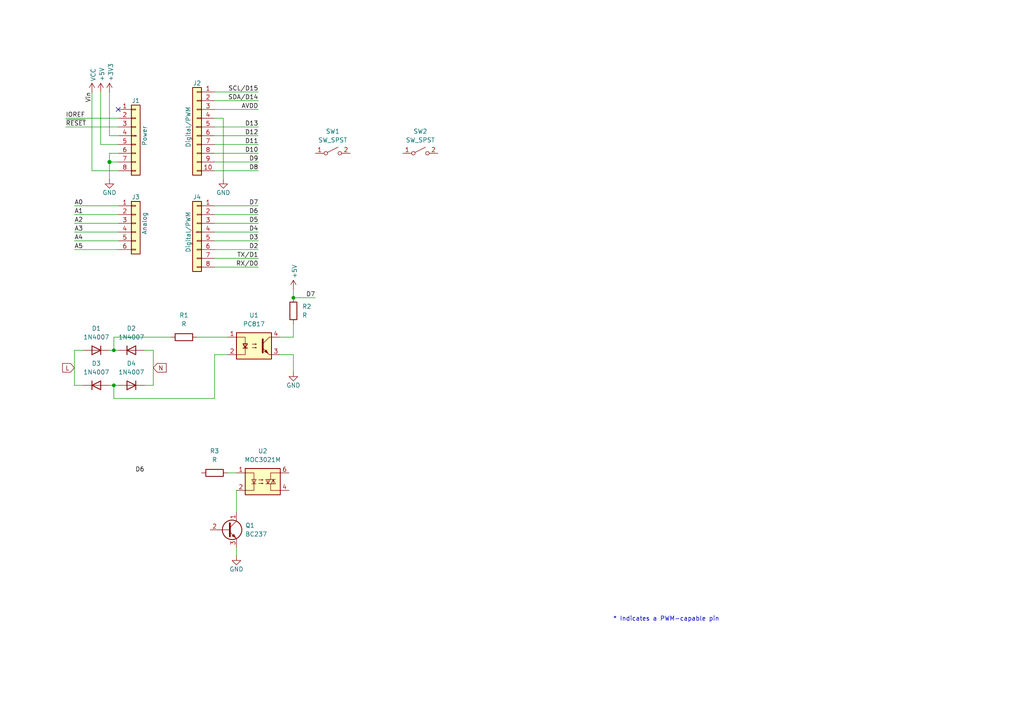
<source format=kicad_sch>
(kicad_sch (version 20250114) (generator "eeschema") (generator_version "9.0")
  (paper "A4")
  (title_block (date "mar. 31 mars 2015"))
  (lib_symbols
    (symbol "Connector_Generic:Conn_01x06" (pin_names (offset 1.016) (hide yes))
      (property "Reference" "J" (at 0 7.62 0))
      (property "Value" "Conn_01x06" (at 0 -10.16 0))
      (symbol "Conn_01x06_1_1"
        (rectangle (start -1.27 6.35) (end 1.27 -8.89) (stroke (width 0.254)) (fill (type background)))
        (rectangle (start -1.27 5.207) (end 0 4.953) (stroke (width 0.1524)))
        (rectangle (start -1.27 2.667) (end 0 2.413) (stroke (width 0.1524)))
        (rectangle (start -1.27 0.127) (end 0 -0.127) (stroke (width 0.1524)))
        (rectangle (start -1.27 -2.413) (end 0 -2.667) (stroke (width 0.1524)))
        (rectangle (start -1.27 -4.953) (end 0 -5.207) (stroke (width 0.1524)))
        (rectangle (start -1.27 -7.493) (end 0 -7.747) (stroke (width 0.1524)))
        (pin passive line (at -5.08 5.08 0) (length 3.81) (name "Pin_1") (number "1"))
        (pin passive line (at -5.08 2.54 0) (length 3.81) (name "Pin_2") (number "2"))
        (pin passive line (at -5.08 0 0) (length 3.81) (name "Pin_3") (number "3"))
        (pin passive line (at -5.08 -2.54 0) (length 3.81) (name "Pin_4") (number "4"))
        (pin passive line (at -5.08 -5.08 0) (length 3.81) (name "Pin_5") (number "5"))
        (pin passive line (at -5.08 -7.62 0) (length 3.81) (name "Pin_6") (number "6"))
      )
    )
    (symbol "Connector_Generic:Conn_01x08" (pin_names (offset 1.016) (hide yes))
      (property "Reference" "J" (at 0 10.16 0))
      (property "Value" "Conn_01x08" (at 0 -12.7 0))
      (symbol "Conn_01x08_1_1"
        (rectangle (start -1.27 8.89) (end 1.27 -11.43) (stroke (width 0.254)) (fill (type background)))
        (rectangle (start -1.27 7.747) (end 0 7.493) (stroke (width 0.1524)))
        (rectangle (start -1.27 5.207) (end 0 4.953) (stroke (width 0.1524)))
        (rectangle (start -1.27 2.667) (end 0 2.413) (stroke (width 0.1524)))
        (rectangle (start -1.27 0.127) (end 0 -0.127) (stroke (width 0.1524)))
        (rectangle (start -1.27 -2.413) (end 0 -2.667) (stroke (width 0.1524)))
        (rectangle (start -1.27 -4.953) (end 0 -5.207) (stroke (width 0.1524)))
        (rectangle (start -1.27 -7.493) (end 0 -7.747) (stroke (width 0.1524)))
        (rectangle (start -1.27 -10.033) (end 0 -10.287) (stroke (width 0.1524)))
        (pin passive line (at -5.08 7.62 0) (length 3.81) (name "Pin_1") (number "1"))
        (pin passive line (at -5.08 5.08 0) (length 3.81) (name "Pin_2") (number "2"))
        (pin passive line (at -5.08 2.54 0) (length 3.81) (name "Pin_3") (number "3"))
        (pin passive line (at -5.08 0 0) (length 3.81) (name "Pin_4") (number "4"))
        (pin passive line (at -5.08 -2.54 0) (length 3.81) (name "Pin_5") (number "5"))
        (pin passive line (at -5.08 -5.08 0) (length 3.81) (name "Pin_6") (number "6"))
        (pin passive line (at -5.08 -7.62 0) (length 3.81) (name "Pin_7") (number "7"))
        (pin passive line (at -5.08 -10.16 0) (length 3.81) (name "Pin_8") (number "8"))
      )
    )
    (symbol "Connector_Generic:Conn_01x10" (pin_names (offset 1.016) (hide yes))
      (property "Reference" "J" (at 0 12.7 0))
      (property "Value" "Conn_01x10" (at 0 -15.24 0))
      (symbol "Conn_01x10_1_1"
        (rectangle (start -1.27 11.43) (end 1.27 -13.97) (stroke (width 0.254)) (fill (type background)))
        (rectangle (start -1.27 10.287) (end 0 10.033) (stroke (width 0.1524)))
        (rectangle (start -1.27 7.747) (end 0 7.493) (stroke (width 0.1524)))
        (rectangle (start -1.27 5.207) (end 0 4.953) (stroke (width 0.1524)))
        (rectangle (start -1.27 2.667) (end 0 2.413) (stroke (width 0.1524)))
        (rectangle (start -1.27 0.127) (end 0 -0.127) (stroke (width 0.1524)))
        (rectangle (start -1.27 -2.413) (end 0 -2.667) (stroke (width 0.1524)))
        (rectangle (start -1.27 -4.953) (end 0 -5.207) (stroke (width 0.1524)))
        (rectangle (start -1.27 -7.493) (end 0 -7.747) (stroke (width 0.1524)))
        (rectangle (start -1.27 -10.033) (end 0 -10.287) (stroke (width 0.1524)))
        (rectangle (start -1.27 -12.573) (end 0 -12.827) (stroke (width 0.1524)))
        (pin passive line (at -5.08 10.16 0) (length 3.81) (name "Pin_1") (number "1"))
        (pin passive line (at -5.08 7.62 0) (length 3.81) (name "Pin_2") (number "2"))
        (pin passive line (at -5.08 5.08 0) (length 3.81) (name "Pin_3") (number "3"))
        (pin passive line (at -5.08 2.54 0) (length 3.81) (name "Pin_4") (number "4"))
        (pin passive line (at -5.08 0 0) (length 3.81) (name "Pin_5") (number "5"))
        (pin passive line (at -5.08 -2.54 0) (length 3.81) (name "Pin_6") (number "6"))
        (pin passive line (at -5.08 -5.08 0) (length 3.81) (name "Pin_7") (number "7"))
        (pin passive line (at -5.08 -7.62 0) (length 3.81) (name "Pin_8") (number "8"))
        (pin passive line (at -5.08 -10.16 0) (length 3.81) (name "Pin_9") (number "9"))
        (pin passive line (at -5.08 -12.7 0) (length 3.81) (name "Pin_10") (number "10"))
      )
    )
    (symbol "Device:R" (pin_numbers (hide yes)) (pin_names (offset 0))
      (property "Reference" "R" (at 2.032 0 90))
      (property "Value" "R" (at 0 0 90))
      (symbol "R_0_1"
        (rectangle (start -1.016 -2.54) (end 1.016 2.54) (stroke (width 0.254)))
      )
      (symbol "R_1_1"
        (pin passive line (at 0 3.81 270) (length 1.27) (name "~") (number "1"))
        (pin passive line (at 0 -3.81 90) (length 1.27) (name "~") (number "2"))
      )
    )
    (symbol "Diode:1N4007" (pin_numbers (hide yes)) (pin_names (hide yes))
      (property "Reference" "D" (at 0 2.54 0))
      (property "Value" "1N4007" (at 0 -2.54 0))
      (symbol "1N4007_0_1"
        (polyline (pts (xy -1.27 1.27) (xy -1.27 -1.27)) (stroke (width 0.254)))
        (polyline (pts (xy 1.27 1.27) (xy 1.27 -1.27) (xy -1.27 0) (xy 1.27 1.27)) (stroke (width 0.254)))
        (polyline (pts (xy 1.27 0) (xy -1.27 0)))
      )
      (symbol "1N4007_1_1"
        (pin passive line (at -3.81 0 0) (length 2.54) (name "K") (number "1"))
        (pin passive line (at 3.81 0 180) (length 2.54) (name "A") (number "2"))
      )
    )
    (symbol "Isolator:PC817" (pin_names (offset 1.016))
      (property "Reference" "U" (at -5.08 5.08 0))
      (property "Value" "PC817" (at 0 5.08 0))
      (symbol "PC817_0_1"
        (rectangle (start -5.08 3.81) (end 5.08 -3.81) (stroke (width 0.254)) (fill (type background)))
        (polyline (pts (xy -5.08 2.54) (xy -2.54 2.54) (xy -2.54 -0.635)))
        (polyline (pts (xy -3.175 -0.635) (xy -1.905 -0.635)) (stroke (width 0.254)))
        (polyline (pts (xy -2.54 -0.635) (xy -2.54 -2.54) (xy -5.08 -2.54)))
        (polyline (pts (xy -2.54 -0.635) (xy -3.175 0.635) (xy -1.905 0.635) (xy -2.54 -0.635)) (stroke (width 0.254)))
        (polyline (pts (xy -0.508 0.508) (xy 0.762 0.508) (xy 0.381 0.381) (xy 0.381 0.635) (xy 0.762 0.508)))
        (polyline (pts (xy -0.508 -0.508) (xy 0.762 -0.508) (xy 0.381 -0.635) (xy 0.381 -0.381) (xy 0.762 -0.508)))
        (polyline (pts (xy 2.54 1.905) (xy 2.54 -1.905)) (stroke (width 0.508)))
        (polyline (pts (xy 2.54 0.635) (xy 4.445 2.54)))
        (polyline (pts (xy 3.048 -1.651) (xy 3.556 -1.143) (xy 4.064 -2.159) (xy 3.048 -1.651)) (fill (type outline)))
        (polyline (pts (xy 4.445 2.54) (xy 5.08 2.54)))
        (polyline (pts (xy 4.445 -2.54) (xy 2.54 -0.635)) (fill (type outline)))
        (polyline (pts (xy 4.445 -2.54) (xy 5.08 -2.54)))
      )
      (symbol "PC817_1_1"
        (pin passive line (at -7.62 2.54 0) (length 2.54) (name "~") (number "1"))
        (pin passive line (at -7.62 -2.54 0) (length 2.54) (name "~") (number "2"))
        (pin passive line (at 7.62 2.54 180) (length 2.54) (name "~") (number "4"))
        (pin passive line (at 7.62 -2.54 180) (length 2.54) (name "~") (number "3"))
      )
    )
    (symbol "Relay_SolidState:MOC3021M"
      (property "Reference" "U" (at -5.334 4.826 0))
      (property "Value" "MOC3021M" (at 0 5.08 0))
      (symbol "MOC3021M_0_1"
        (rectangle (start -5.08 3.81) (end 5.08 -3.81) (stroke (width 0.254)) (fill (type background)))
        (polyline (pts (xy -5.08 2.54) (xy -2.54 2.54) (xy -2.54 -2.54) (xy -5.08 -2.54)))
        (polyline (pts (xy -3.175 -0.635) (xy -1.905 -0.635)))
        (polyline (pts (xy -2.54 -0.635) (xy -3.175 0.635) (xy -1.905 0.635) (xy -2.54 -0.635)))
        (polyline (pts (xy -1.143 0.508) (xy 0.127 0.508) (xy -0.254 0.381) (xy -0.254 0.635) (xy 0.127 0.508)))
        (polyline (pts (xy -1.143 -0.508) (xy 0.127 -0.508) (xy -0.254 -0.635) (xy -0.254 -0.381) (xy 0.127 -0.508)))
        (polyline (pts (xy 0.889 -0.635) (xy 3.683 -0.635) (xy 3.048 0.635) (xy 2.413 -0.635)))
        (polyline (pts (xy 1.524 -0.635) (xy 1.524 0.635)))
        (polyline (pts (xy 2.286 0.635) (xy 2.286 2.54) (xy 5.08 2.54)))
        (polyline (pts (xy 2.286 -0.635) (xy 2.286 -2.54) (xy 5.08 -2.54)))
        (polyline (pts (xy 3.048 0.635) (xy 3.048 -0.635)))
        (polyline (pts (xy 3.683 0.635) (xy 0.889 0.635) (xy 1.524 -0.635) (xy 2.159 0.635)))
      )
      (symbol "MOC3021M_1_1"
        (pin passive line (at -7.62 2.54 0) (length 2.54) (name "~") (number "1"))
        (pin passive line (at -7.62 -2.54 0) (length 2.54) (name "~") (number "2"))
        (pin no_connect line (at -5.08 0 0) (length 2.54) (hide yes) (name "NC") (number "3"))
        (pin no_connect line (at 5.08 0 180) (length 2.54) (hide yes) (name "NC") (number "5"))
        (pin passive line (at 7.62 2.54 180) (length 2.54) (name "~") (number "6"))
        (pin passive line (at 7.62 -2.54 180) (length 2.54) (name "~") (number "4"))
      )
    )
    (symbol "Switch:SW_SPST" (pin_names (offset 0) (hide yes))
      (property "Reference" "SW" (at 0 3.175 0))
      (property "Value" "SW_SPST" (at 0 -2.54 0))
      (symbol "SW_SPST_0_0"
        (circle (center -2.032 0) (radius 0.508))
        (polyline (pts (xy -1.524 0.254) (xy 1.524 1.778)))
        (circle (center 2.032 0) (radius 0.508))
      )
      (symbol "SW_SPST_1_1"
        (pin passive line (at -5.08 0 0) (length 2.54) (name "A") (number "1"))
        (pin passive line (at 5.08 0 180) (length 2.54) (name "B") (number "2"))
      )
    )
    (symbol "Transistor_BJT:BC237" (pin_names (offset 0) (hide yes))
      (property "Reference" "Q" (at 5.08 1.905 0))
      (property "Value" "BC237" (at 5.08 0 0))
      (symbol "BC237_0_1"
        (polyline (pts (xy -2.54 0) (xy 0.635 0)))
        (polyline (pts (xy 0.635 1.905) (xy 0.635 -1.905)) (stroke (width 0.508)))
        (circle (center 1.27 0) (radius 2.8194) (stroke (width 0.254)))
      )
      (symbol "BC237_1_1"
        (polyline (pts (xy 0.635 0.635) (xy 2.54 2.54)))
        (polyline (pts (xy 0.635 -0.635) (xy 2.54 -2.54)))
        (polyline (pts (xy 1.27 -1.778) (xy 1.778 -1.27) (xy 2.286 -2.286) (xy 1.27 -1.778)) (fill (type outline)))
        (pin input line (at -5.08 0 0) (length 2.54) (name "B") (number "2"))
        (pin passive line (at 2.54 5.08 270) (length 2.54) (name "C") (number "1"))
        (pin passive line (at 2.54 -5.08 90) (length 2.54) (name "E") (number "3"))
      )
    )
    (symbol "power:+3V3" (power) (pin_numbers (hide yes)) (pin_names (offset 0) (hide yes))
      (property "Value" "+3V3" (at 0 3.556 0))
      (symbol "+3V3_0_1"
        (polyline (pts (xy -0.762 1.27) (xy 0 2.54)))
        (polyline (pts (xy 0 2.54) (xy 0.762 1.27)))
        (polyline (pts (xy 0 0) (xy 0 2.54)))
      )
      (symbol "+3V3_1_1"
        (pin power_in line (at 0 0 90) (length 0) (name "~") (number "1"))
      )
    )
    (symbol "power:+5V" (power) (pin_numbers (hide yes)) (pin_names (offset 0) (hide yes))
      (property "Value" "+5V" (at 0 3.556 0))
      (symbol "+5V_0_1"
        (polyline (pts (xy -0.762 1.27) (xy 0 2.54)))
        (polyline (pts (xy 0 2.54) (xy 0.762 1.27)))
        (polyline (pts (xy 0 0) (xy 0 2.54)))
      )
      (symbol "+5V_1_1"
        (pin power_in line (at 0 0 90) (length 0) (name "~") (number "1"))
      )
    )
    (symbol "power:GND" (power) (pin_numbers (hide yes)) (pin_names (offset 0) (hide yes))
      (property "Value" "GND" (at 0 -3.81 0))
      (symbol "GND_0_1"
        (polyline (pts (xy 0 0) (xy 0 -1.27) (xy 1.27 -1.27) (xy 0 -2.54) (xy -1.27 -1.27) (xy 0 -1.27)))
      )
      (symbol "GND_1_1"
        (pin power_in line (at 0 0 270) (length 0) (name "~") (number "1"))
      )
    )
    (symbol "power:VCC" (power) (pin_numbers (hide yes)) (pin_names (offset 0) (hide yes))
      (property "Value" "VCC" (at 0 3.556 0))
      (symbol "VCC_0_1"
        (polyline (pts (xy -0.762 1.27) (xy 0 2.54)))
        (polyline (pts (xy 0 2.54) (xy 0.762 1.27)))
        (polyline (pts (xy 0 0) (xy 0 2.54)))
      )
      (symbol "VCC_1_1"
        (pin power_in line (at 0 0 90) (length 0) (name "~") (number "1"))
      )
    )
  )
  (text "* Indicates a PWM-capable pin" (at 177.8 180.34 0) (effects (font (size 1.27 1.27)) (justify left bottom)))
  (junction (at 31.75 46.99) (diameter 1.016))
  (junction (at 33.02 101.6))
  (junction (at 85.09 86.36))
  (junction (at 33.02 111.76))
  (no_connect (at 34.29 31.75))
  (wire (pts (xy 62.23 77.47) (xy 74.93 77.47)))
  (wire (pts (xy 62.23 44.45) (xy 74.93 44.45)))
  (wire (pts (xy 41.91 111.76) (xy 44.45 111.76)))
  (wire (pts (xy 62.23 26.67) (xy 74.93 26.67)))
  (wire (pts (xy 57.15 97.79) (xy 66.04 97.79)))
  (wire (pts (xy 31.75 44.45) (xy 31.75 46.99)))
  (wire (pts (xy 21.59 72.39) (xy 34.29 72.39)))
  (wire (pts (xy 68.58 158.75) (xy 68.58 161.29)))
  (wire (pts (xy 21.59 111.76) (xy 21.59 101.6)))
  (wire (pts (xy 31.75 46.99) (xy 31.75 52.07)))
  (wire (pts (xy 31.75 39.37) (xy 34.29 39.37)))
  (wire (pts (xy 29.21 41.91) (xy 34.29 41.91)))
  (wire (pts (xy 29.21 26.67) (xy 29.21 41.91)))
  (wire (pts (xy 85.09 83.82) (xy 85.09 86.36)))
  (wire (pts (xy 33.02 115.57) (xy 62.23 115.57)))
  (wire (pts (xy 62.23 36.83) (xy 74.93 36.83)))
  (wire (pts (xy 31.75 26.67) (xy 31.75 39.37)))
  (wire (pts (xy 62.23 59.69) (xy 74.93 59.69)))
  (wire (pts (xy 34.29 59.69) (xy 21.59 59.69)))
  (wire (pts (xy 33.02 111.76) (xy 33.02 115.57)))
  (wire (pts (xy 62.23 39.37) (xy 74.93 39.37)))
  (wire (pts (xy 31.75 101.6) (xy 33.02 101.6)))
  (wire (pts (xy 62.23 62.23) (xy 74.93 62.23)))
  (wire (pts (xy 66.04 137.16) (xy 68.58 137.16)))
  (wire (pts (xy 85.09 86.36) (xy 91.44 86.36)))
  (wire (pts (xy 62.23 46.99) (xy 74.93 46.99)))
  (wire (pts (xy 41.91 101.6) (xy 44.45 101.6)))
  (wire (pts (xy 62.23 67.31) (xy 74.93 67.31)))
  (wire (pts (xy 68.58 142.24) (xy 68.58 148.59)))
  (wire (pts (xy 19.05 34.29) (xy 34.29 34.29)))
  (wire (pts (xy 49.53 97.79) (xy 33.02 97.79)))
  (wire (pts (xy 21.59 101.6) (xy 24.13 101.6)))
  (wire (pts (xy 64.77 34.29) (xy 64.77 52.07)))
  (wire (pts (xy 44.45 111.76) (xy 44.45 101.6)))
  (wire (pts (xy 62.23 31.75) (xy 74.93 31.75)))
  (wire (pts (xy 24.13 111.76) (xy 21.59 111.76)))
  (wire (pts (xy 34.29 64.77) (xy 21.59 64.77)))
  (wire (pts (xy 19.05 36.83) (xy 34.29 36.83)))
  (wire (pts (xy 34.29 46.99) (xy 31.75 46.99)))
  (wire (pts (xy 85.09 102.87) (xy 85.09 107.95)))
  (wire (pts (xy 33.02 111.76) (xy 34.29 111.76)))
  (wire (pts (xy 33.02 101.6) (xy 34.29 101.6)))
  (wire (pts (xy 81.28 102.87) (xy 85.09 102.87)))
  (wire (pts (xy 34.29 49.53) (xy 26.67 49.53)))
  (wire (pts (xy 21.59 62.23) (xy 34.29 62.23)))
  (wire (pts (xy 31.75 111.76) (xy 33.02 111.76)))
  (wire (pts (xy 62.23 115.57) (xy 62.23 102.87)))
  (wire (pts (xy 85.09 97.79) (xy 85.09 93.98)))
  (wire (pts (xy 62.23 34.29) (xy 64.77 34.29)))
  (wire (pts (xy 34.29 44.45) (xy 31.75 44.45)))
  (wire (pts (xy 62.23 41.91) (xy 74.93 41.91)))
  (wire (pts (xy 62.23 64.77) (xy 74.93 64.77)))
  (wire (pts (xy 62.23 102.87) (xy 66.04 102.87)))
  (wire (pts (xy 21.59 67.31) (xy 34.29 67.31)))
  (wire (pts (xy 81.28 97.79) (xy 85.09 97.79)))
  (wire (pts (xy 62.23 29.21) (xy 74.93 29.21)))
  (wire (pts (xy 62.23 72.39) (xy 74.93 72.39)))
  (wire (pts (xy 62.23 69.85) (xy 74.93 69.85)))
  (wire (pts (xy 33.02 97.79) (xy 33.02 101.6)))
  (wire (pts (xy 62.23 74.93) (xy 74.93 74.93)))
  (wire (pts (xy 26.67 49.53) (xy 26.67 26.67)))
  (wire (pts (xy 34.29 69.85) (xy 21.59 69.85)))
  (wire (pts (xy 62.23 49.53) (xy 74.93 49.53)))
  (label "RX{slash}D0" (at 74.93 77.47 180))
  (label "A2" (at 21.59 64.77 0))
  (label "D4" (at 74.93 67.31 180))
  (label "D2" (at 74.93 72.39 180))
  (label "A3" (at 21.59 67.31 0))
  (label "D7" (at 91.44 86.36 180))
  (label "D13" (at 74.93 36.83 180))
  (label "D12" (at 74.93 39.37 180))
  (label "~{RESET}" (at 19.05 36.83 0))
  (label "D10" (at 74.93 44.45 180))
  (label "D7" (at 74.93 59.69 180))
  (label "SDA{slash}D14" (at 74.93 29.21 180))
  (label "D8" (at 74.93 49.53 180))
  (label "D11" (at 74.93 41.91 180))
  (label "D3" (at 74.93 69.85 180))
  (label "A1" (at 21.59 62.23 0))
  (label "TX{slash}D1" (at 74.93 74.93 180))
  (label "D6" (at 41.91 137.16 180))
  (label "A0" (at 21.59 59.69 0))
  (label "AVDD" (at 74.93 31.75 180))
  (label "Vin" (at 26.67 26.67 270))
  (label "D6" (at 74.93 62.23 180))
  (label "SCL{slash}D15" (at 74.93 26.67 180))
  (label "D9" (at 74.93 46.99 180))
  (label "D5" (at 74.93 64.77 180))
  (label "IOREF" (at 19.05 34.29 0))
  (label "A4" (at 21.59 69.85 0))
  (label "A5" (at 21.59 72.39 0))
  (global_label "L" (shape input) (at 21.59 106.68 180) (property "Intersheetrefs" "${INTERSHEET_REFS}" (effects (hide yes))))
  (global_label "N" (shape input) (at 44.45 106.68 0) (property "Intersheetrefs" "${INTERSHEET_REFS}" (effects (hide yes))))
  (symbol (lib_id "Connector_Generic:Conn_01x08") (at 39.37 39.37 0) (unit 1)
    (property "Reference" "J1" (at 39.37 29.21 0))
    (property "Value" "Power" (at 41.91 39.37 90))
    (property "Footprint" "Connector_PinSocket_2.54mm:PinSocket_1x08_P2.54mm_Vertical" (effects (hide yes)))
    (property "Datasheet" "~" (at 39.37 39.37 0))
    (property "Description" "Generic connector, single row, 01x08, script generated (kicad-library-utils/schlib/autogen/connector/)" (effects (hide yes)))
  )
  (symbol (lib_id "power:+3V3") (at 31.75 26.67 0) (unit 1)
    (property "Reference" "#PWR03" (effects (hide yes)))
    (property "Value" "+3V3" (at 32.131 23.622 90) (effects (justify left)))
    (property "Description" "Power symbol creates a global label with name \"+3V3\"" (effects (hide yes)))
  )
  (symbol (lib_id "power:+5V") (at 29.21 26.67 0) (unit 1)
    (property "Reference" "#PWR02" (effects (hide yes)))
    (property "Value" "+5V" (at 29.5656 23.622 90) (effects (justify left)))
    (property "Description" "Power symbol creates a global label with name \"+5V\"" (effects (hide yes)))
  )
  (symbol (lib_id "power:GND") (at 31.75 52.07 0) (unit 1)
    (property "Reference" "#PWR04" (effects (hide yes)))
    (property "Value" "GND" (at 31.75 55.88 0))
    (property "Description" "Power symbol creates a global label with name \"GND\" , ground" (effects (hide yes)))
  )
  (symbol (lib_id "Connector_Generic:Conn_01x10") (at 57.15 36.83 0) (mirror y) (unit 1)
    (property "Reference" "J2" (at 57.15 24.13 0))
    (property "Value" "Digital/PWM" (at 54.61 36.83 90))
    (property "Footprint" "Connector_PinSocket_2.54mm:PinSocket_1x10_P2.54mm_Vertical" (effects (hide yes)))
    (property "Datasheet" "~" (at 57.15 36.83 0))
    (property "Description" "Generic connector, single row, 01x10, script generated (kicad-library-utils/schlib/autogen/connector/)" (effects (hide yes)))
  )
  (symbol (lib_id "power:GND") (at 64.77 52.07 0) (unit 1)
    (property "Reference" "#PWR05" (effects (hide yes)))
    (property "Value" "GND" (at 64.77 55.88 0))
    (property "Description" "Power symbol creates a global label with name \"GND\" , ground" (effects (hide yes)))
  )
  (symbol (lib_id "Connector_Generic:Conn_01x06") (at 39.37 64.77 0) (unit 1)
    (property "Reference" "J3" (at 39.37 57.15 0))
    (property "Value" "Analog" (at 41.91 64.77 90))
    (property "Footprint" "Connector_PinSocket_2.54mm:PinSocket_1x06_P2.54mm_Vertical" (effects (hide yes)))
    (property "Description" "Generic connector, single row, 01x06, script generated (kicad-library-utils/schlib/autogen/connector/)" (effects (hide yes)))
  )
  (symbol (lib_id "Connector_Generic:Conn_01x08") (at 57.15 67.31 0) (mirror y) (unit 1)
    (property "Reference" "J4" (at 57.15 57.15 0))
    (property "Value" "Digital/PWM" (at 54.61 67.31 90))
    (property "Footprint" "Connector_PinSocket_2.54mm:PinSocket_1x08_P2.54mm_Vertical" (effects (hide yes)))
    (property "Datasheet" "~" (at 57.15 67.31 0))
    (property "Description" "Generic connector, single row, 01x08, script generated (kicad-library-utils/schlib/autogen/connector/)" (effects (hide yes)))
  )
  (symbol (lib_id "Diode:1N4007") (at 38.1 101.6 0) (unit 1)
    (property "Reference" "D2" (at 38.1 95.25 0))
    (property "Value" "1N4007" (at 38.1 97.79 0))
    (property "Footprint" "Diode_THT:D_DO-41_SOD81_P10.16mm_Horizontal" (effects (hide yes)))
    (property "Datasheet" "http://www.vishay.com/docs/88503/1n4001.pdf" (effects (hide yes)))
    (property "Description" "1000V 1A General Purpose Rectifier Diode, DO-41" (effects (hide yes)))
    (property "Sim.Device" "D" (effects (hide yes)))
    (property "Sim.Pins" "1=K 2=A" (effects (hide yes)))
  )
  (symbol (lib_id "power:GND") (at 85.09 107.95 0) (unit 1)
    (property "Reference" "#PWR07" (effects (hide yes)))
    (property "Value" "GND" (at 85.09 111.76 0))
    (property "Description" "Power symbol creates a global label with name \"GND\" , ground" (effects (hide yes)))
  )
  (symbol (lib_id "Diode:1N4007") (at 38.1 111.76 180) (unit 1)
    (property "Reference" "D4" (at 38.1 105.41 0))
    (property "Value" "1N4007" (at 38.1 107.95 0))
    (property "Footprint" "Diode_THT:D_DO-41_SOD81_P10.16mm_Horizontal" (effects (hide yes)))
    (property "Datasheet" "http://www.vishay.com/docs/88503/1n4001.pdf" (effects (hide yes)))
    (property "Description" "1000V 1A General Purpose Rectifier Diode, DO-41" (effects (hide yes)))
    (property "Sim.Device" "D" (effects (hide yes)))
    (property "Sim.Pins" "1=K 2=A" (effects (hide yes)))
  )
  (symbol (lib_id "Device:R") (at 62.23 137.16 90) (unit 1)
    (property "Reference" "R3" (at 62.23 130.81 90))
    (property "Value" "R" (at 62.23 133.35 90))
    (property "Description" "Resistor" (effects (hide yes)))
  )
  (symbol (lib_id "Device:R") (at 85.09 90.17 180) (unit 1)
    (property "Reference" "R2" (at 87.63 88.8999 0) (effects (justify right)))
    (property "Value" "R" (at 87.63 91.4399 0) (effects (justify right)))
    (property "Description" "Resistor" (effects (hide yes)))
  )
  (symbol (lib_id "power:VCC") (at 26.67 26.67 0) (unit 1)
    (property "Reference" "#PWR01" (effects (hide yes)))
    (property "Value" "VCC" (at 27.051 23.622 90) (effects (justify left)))
    (property "Description" "Power symbol creates a global label with name \"VCC\"" (effects (hide yes)))
  )
  (symbol (lib_id "power:+5V") (at 85.09 83.82 0) (unit 1)
    (property "Reference" "#PWR06" (effects (hide yes)))
    (property "Value" "+5V" (at 85.4456 80.772 90) (effects (justify left)))
    (property "Description" "Power symbol creates a global label with name \"+5V\"" (effects (hide yes)))
  )
  (symbol (lib_id "Transistor_BJT:BC237") (at 66.04 153.67 0) (unit 1)
    (property "Reference" "Q1" (at 71.12 152.3999 0) (effects (justify left)))
    (property "Value" "BC237" (at 71.12 154.9399 0) (effects (justify left)))
    (property "Footprint" "Package_TO_SOT_THT:TO-92_Inline" (effects (hide yes)))
    (property "Datasheet" "http://www.onsemi.com/pub_link/Collateral/BC237-D.PDF" (effects (hide yes)))
    (property "Description" "100mA Ic, 50V Vce, Epitaxial Silicon NPN Transistor, TO-92" (effects (hide yes)))
  )
  (symbol (lib_id "Isolator:PC817") (at 73.66 100.33 0) (unit 1)
    (property "Reference" "U1" (at 73.66 91.44 0))
    (property "Value" "PC817" (at 73.66 93.98 0))
    (property "Footprint" "Package_DIP:DIP-4_W7.62mm" (effects (hide yes)))
    (property "Datasheet" "http://www.soselectronic.cz/a_info/resource/d/pc817.pdf" (effects (hide yes)))
    (property "Description" "DC Optocoupler, Vce 35V, CTR 50-300%, DIP-4" (effects (hide yes)))
  )
  (symbol (lib_id "power:GND") (at 68.58 161.29 0) (unit 1)
    (property "Reference" "#PWR08" (effects (hide yes)))
    (property "Value" "GND" (at 68.58 165.1 0))
    (property "Description" "Power symbol creates a global label with name \"GND\" , ground" (effects (hide yes)))
  )
  (symbol (lib_id "Switch:SW_SPST") (at 121.92 44.45 0) (unit 1)
    (property "Reference" "SW2" (at 121.92 38.1 0))
    (property "Value" "SW_SPST" (at 121.92 40.64 0))
    (property "Footprint" "Button_Switch_THT:SW_PUSH_6mm" (effects (hide yes)))
    (property "Description" "Single Pole Single Throw (SPST) switch" (effects (hide yes)))
  )
  (symbol (lib_id "Diode:1N4007") (at 27.94 111.76 0) (unit 1)
    (property "Reference" "D3" (at 27.94 105.41 0))
    (property "Value" "1N4007" (at 27.94 107.95 0))
    (property "Footprint" "Diode_THT:D_DO-41_SOD81_P10.16mm_Horizontal" (effects (hide yes)))
    (property "Datasheet" "http://www.vishay.com/docs/88503/1n4001.pdf" (effects (hide yes)))
    (property "Description" "1000V 1A General Purpose Rectifier Diode, DO-41" (effects (hide yes)))
    (property "Sim.Device" "D" (effects (hide yes)))
    (property "Sim.Pins" "1=K 2=A" (effects (hide yes)))
  )
  (symbol (lib_id "Diode:1N4007") (at 27.94 101.6 180) (unit 1)
    (property "Reference" "D1" (at 27.94 95.25 0))
    (property "Value" "1N4007" (at 27.94 97.79 0))
    (property "Footprint" "Diode_THT:D_DO-41_SOD81_P10.16mm_Horizontal" (effects (hide yes)))
    (property "Datasheet" "http://www.vishay.com/docs/88503/1n4001.pdf" (effects (hide yes)))
    (property "Description" "1000V 1A General Purpose Rectifier Diode, DO-41" (effects (hide yes)))
    (property "Sim.Device" "D" (effects (hide yes)))
    (property "Sim.Pins" "1=K 2=A" (effects (hide yes)))
  )
  (symbol (lib_id "Switch:SW_SPST") (at 96.52 44.45 0) (unit 1)
    (property "Reference" "SW1" (at 96.52 38.1 0))
    (property "Value" "SW_SPST" (at 96.52 40.64 0))
    (property "Footprint" "Button_Switch_THT:SW_PUSH_6mm" (effects (hide yes)))
    (property "Description" "Single Pole Single Throw (SPST) switch" (effects (hide yes)))
  )
  (symbol (lib_id "Device:R") (at 53.34 97.79 90) (unit 1)
    (property "Reference" "R1" (at 53.34 91.44 90))
    (property "Value" "R" (at 53.34 93.98 90))
    (property "Description" "Resistor" (effects (hide yes)))
  )
  (symbol (lib_id "Relay_SolidState:MOC3021M") (at 76.2 139.7 0) (unit 1)
    (property "Reference" "U2" (at 76.2 130.81 0))
    (property "Value" "MOC3021M" (at 76.2 133.35 0))
    (property "Datasheet" "https://www.onsemi.com/pub/Collateral/MOC3023M-D.PDF" (effects (hide yes)))
    (property "Description" "Random Phase Opto-Triac, Vdrm 400V, Ift 15mA, DIP6" (effects (hide yes)))
  )
)
</source>
